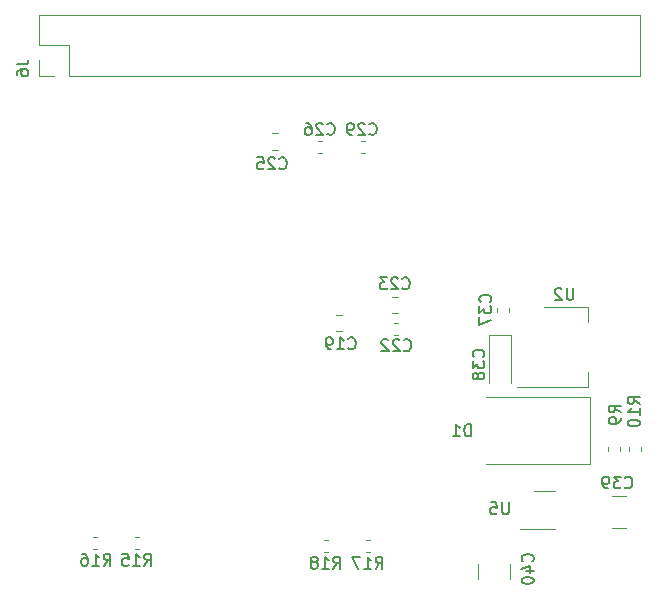
<source format=gbr>
G04 #@! TF.GenerationSoftware,KiCad,Pcbnew,(5.0.0-3-g5ebb6b6)*
G04 #@! TF.CreationDate,2019-05-19T23:28:32+02:00*
G04 #@! TF.ProjectId,Audio Board,417564696F20426F6172642E6B696361,rev?*
G04 #@! TF.SameCoordinates,Original*
G04 #@! TF.FileFunction,Legend,Bot*
G04 #@! TF.FilePolarity,Positive*
%FSLAX46Y46*%
G04 Gerber Fmt 4.6, Leading zero omitted, Abs format (unit mm)*
G04 Created by KiCad (PCBNEW (5.0.0-3-g5ebb6b6)) date Sunday, 19 May 2019 at 23:28:32*
%MOMM*%
%LPD*%
G01*
G04 APERTURE LIST*
%ADD10C,0.120000*%
%ADD11C,0.150000*%
G04 APERTURE END LIST*
D10*
G04 #@! TO.C,J6*
X93666000Y-58360000D02*
X93666000Y-60960000D01*
X93666000Y-58360000D02*
X144586000Y-58360000D01*
X144586000Y-58360000D02*
X144586000Y-63560000D01*
X96266000Y-63560000D02*
X144586000Y-63560000D01*
X96266000Y-60960000D02*
X96266000Y-63560000D01*
X93666000Y-60960000D02*
X96266000Y-60960000D01*
X93666000Y-63560000D02*
X94996000Y-63560000D01*
X93666000Y-62230000D02*
X93666000Y-63560000D01*
G04 #@! TO.C,C39*
X143440564Y-101817000D02*
X142236436Y-101817000D01*
X143440564Y-99097000D02*
X142236436Y-99097000D01*
G04 #@! TO.C,C40*
X133567000Y-106102564D02*
X133567000Y-104898436D01*
X130847000Y-106102564D02*
X130847000Y-104898436D01*
G04 #@! TO.C,D1*
X131536000Y-90764000D02*
X140396000Y-90764000D01*
X140396000Y-90764000D02*
X140396000Y-96434000D01*
X140396000Y-96434000D02*
X131536000Y-96434000D01*
G04 #@! TO.C,U5*
X135578000Y-98720000D02*
X137378000Y-98720000D01*
X137378000Y-101940000D02*
X134428000Y-101940000D01*
G04 #@! TO.C,R9*
X141857000Y-95280267D02*
X141857000Y-94937733D01*
X142877000Y-95280267D02*
X142877000Y-94937733D01*
G04 #@! TO.C,R10*
X143635000Y-94965733D02*
X143635000Y-95308267D01*
X144655000Y-94965733D02*
X144655000Y-95308267D01*
G04 #@! TO.C,C22*
X123780733Y-84453000D02*
X124123267Y-84453000D01*
X123780733Y-85473000D02*
X124123267Y-85473000D01*
G04 #@! TO.C,R15*
X101809733Y-102614000D02*
X102152267Y-102614000D01*
X101809733Y-103634000D02*
X102152267Y-103634000D01*
G04 #@! TO.C,R16*
X98239733Y-103634000D02*
X98582267Y-103634000D01*
X98239733Y-102614000D02*
X98582267Y-102614000D01*
G04 #@! TO.C,R17*
X121381733Y-103888000D02*
X121724267Y-103888000D01*
X121381733Y-102868000D02*
X121724267Y-102868000D01*
G04 #@! TO.C,R18*
X117811733Y-102868000D02*
X118154267Y-102868000D01*
X117811733Y-103888000D02*
X118154267Y-103888000D01*
G04 #@! TO.C,U2*
X140213000Y-83077000D02*
X140213000Y-84337000D01*
X140213000Y-89897000D02*
X140213000Y-88637000D01*
X136453000Y-83077000D02*
X140213000Y-83077000D01*
X134203000Y-89897000D02*
X140213000Y-89897000D01*
G04 #@! TO.C,C19*
X118873748Y-85165000D02*
X119396252Y-85165000D01*
X118873748Y-83745000D02*
X119396252Y-83745000D01*
G04 #@! TO.C,C25*
X113917252Y-69798000D02*
X113394748Y-69798000D01*
X113917252Y-68378000D02*
X113394748Y-68378000D01*
G04 #@! TO.C,C23*
X123572748Y-82221000D02*
X124095252Y-82221000D01*
X123572748Y-83641000D02*
X124095252Y-83641000D01*
G04 #@! TO.C,C26*
X117632267Y-69086000D02*
X117289733Y-69086000D01*
X117632267Y-70106000D02*
X117289733Y-70106000D01*
G04 #@! TO.C,C29*
X120972733Y-69086000D02*
X121315267Y-69086000D01*
X120972733Y-70106000D02*
X121315267Y-70106000D01*
G04 #@! TO.C,C37*
X133479000Y-83154733D02*
X133479000Y-83497267D01*
X132459000Y-83154733D02*
X132459000Y-83497267D01*
G04 #@! TO.C,C38*
X131780000Y-89570500D02*
X131780000Y-85485500D01*
X131780000Y-85485500D02*
X133650000Y-85485500D01*
X133650000Y-85485500D02*
X133650000Y-89570500D01*
G04 #@! TO.C,J6*
D11*
X91802380Y-62566666D02*
X92516666Y-62566666D01*
X92659523Y-62519047D01*
X92754761Y-62423809D01*
X92802380Y-62280952D01*
X92802380Y-62185714D01*
X91802380Y-63471428D02*
X91802380Y-63280952D01*
X91850000Y-63185714D01*
X91897619Y-63138095D01*
X92040476Y-63042857D01*
X92230952Y-62995238D01*
X92611904Y-62995238D01*
X92707142Y-63042857D01*
X92754761Y-63090476D01*
X92802380Y-63185714D01*
X92802380Y-63376190D01*
X92754761Y-63471428D01*
X92707142Y-63519047D01*
X92611904Y-63566666D01*
X92373809Y-63566666D01*
X92278571Y-63519047D01*
X92230952Y-63471428D01*
X92183333Y-63376190D01*
X92183333Y-63185714D01*
X92230952Y-63090476D01*
X92278571Y-63042857D01*
X92373809Y-62995238D01*
G04 #@! TO.C,C39*
X143303557Y-98375742D02*
X143351176Y-98423361D01*
X143494033Y-98470980D01*
X143589271Y-98470980D01*
X143732128Y-98423361D01*
X143827366Y-98328123D01*
X143874985Y-98232885D01*
X143922604Y-98042409D01*
X143922604Y-97899552D01*
X143874985Y-97709076D01*
X143827366Y-97613838D01*
X143732128Y-97518600D01*
X143589271Y-97470980D01*
X143494033Y-97470980D01*
X143351176Y-97518600D01*
X143303557Y-97566219D01*
X142970223Y-97470980D02*
X142351176Y-97470980D01*
X142684509Y-97851933D01*
X142541652Y-97851933D01*
X142446414Y-97899552D01*
X142398795Y-97947171D01*
X142351176Y-98042409D01*
X142351176Y-98280504D01*
X142398795Y-98375742D01*
X142446414Y-98423361D01*
X142541652Y-98470980D01*
X142827366Y-98470980D01*
X142922604Y-98423361D01*
X142970223Y-98375742D01*
X141874985Y-98470980D02*
X141684509Y-98470980D01*
X141589271Y-98423361D01*
X141541652Y-98375742D01*
X141446414Y-98232885D01*
X141398795Y-98042409D01*
X141398795Y-97661457D01*
X141446414Y-97566219D01*
X141494033Y-97518600D01*
X141589271Y-97470980D01*
X141779747Y-97470980D01*
X141874985Y-97518600D01*
X141922604Y-97566219D01*
X141970223Y-97661457D01*
X141970223Y-97899552D01*
X141922604Y-97994790D01*
X141874985Y-98042409D01*
X141779747Y-98090028D01*
X141589271Y-98090028D01*
X141494033Y-98042409D01*
X141446414Y-97994790D01*
X141398795Y-97899552D01*
G04 #@! TO.C,C40*
X135485142Y-104640142D02*
X135532761Y-104592523D01*
X135580380Y-104449666D01*
X135580380Y-104354428D01*
X135532761Y-104211571D01*
X135437523Y-104116333D01*
X135342285Y-104068714D01*
X135151809Y-104021095D01*
X135008952Y-104021095D01*
X134818476Y-104068714D01*
X134723238Y-104116333D01*
X134628000Y-104211571D01*
X134580380Y-104354428D01*
X134580380Y-104449666D01*
X134628000Y-104592523D01*
X134675619Y-104640142D01*
X134913714Y-105497285D02*
X135580380Y-105497285D01*
X134532761Y-105259190D02*
X135247047Y-105021095D01*
X135247047Y-105640142D01*
X134580380Y-106211571D02*
X134580380Y-106306809D01*
X134628000Y-106402047D01*
X134675619Y-106449666D01*
X134770857Y-106497285D01*
X134961333Y-106544904D01*
X135199428Y-106544904D01*
X135389904Y-106497285D01*
X135485142Y-106449666D01*
X135532761Y-106402047D01*
X135580380Y-106306809D01*
X135580380Y-106211571D01*
X135532761Y-106116333D01*
X135485142Y-106068714D01*
X135389904Y-106021095D01*
X135199428Y-105973476D01*
X134961333Y-105973476D01*
X134770857Y-106021095D01*
X134675619Y-106068714D01*
X134628000Y-106116333D01*
X134580380Y-106211571D01*
G04 #@! TO.C,D1*
X130278095Y-94051380D02*
X130278095Y-93051380D01*
X130040000Y-93051380D01*
X129897142Y-93099000D01*
X129801904Y-93194238D01*
X129754285Y-93289476D01*
X129706666Y-93479952D01*
X129706666Y-93622809D01*
X129754285Y-93813285D01*
X129801904Y-93908523D01*
X129897142Y-94003761D01*
X130040000Y-94051380D01*
X130278095Y-94051380D01*
X128754285Y-94051380D02*
X129325714Y-94051380D01*
X129040000Y-94051380D02*
X129040000Y-93051380D01*
X129135238Y-93194238D01*
X129230476Y-93289476D01*
X129325714Y-93337095D01*
G04 #@! TO.C,U5*
X133476904Y-99655380D02*
X133476904Y-100464904D01*
X133429285Y-100560142D01*
X133381666Y-100607761D01*
X133286428Y-100655380D01*
X133095952Y-100655380D01*
X133000714Y-100607761D01*
X132953095Y-100560142D01*
X132905476Y-100464904D01*
X132905476Y-99655380D01*
X131953095Y-99655380D02*
X132429285Y-99655380D01*
X132476904Y-100131571D01*
X132429285Y-100083952D01*
X132334047Y-100036333D01*
X132095952Y-100036333D01*
X132000714Y-100083952D01*
X131953095Y-100131571D01*
X131905476Y-100226809D01*
X131905476Y-100464904D01*
X131953095Y-100560142D01*
X132000714Y-100607761D01*
X132095952Y-100655380D01*
X132334047Y-100655380D01*
X132429285Y-100607761D01*
X132476904Y-100560142D01*
G04 #@! TO.C,R9*
X142946380Y-92035333D02*
X142470190Y-91702000D01*
X142946380Y-91463904D02*
X141946380Y-91463904D01*
X141946380Y-91844857D01*
X141994000Y-91940095D01*
X142041619Y-91987714D01*
X142136857Y-92035333D01*
X142279714Y-92035333D01*
X142374952Y-91987714D01*
X142422571Y-91940095D01*
X142470190Y-91844857D01*
X142470190Y-91463904D01*
X142946380Y-92511523D02*
X142946380Y-92702000D01*
X142898761Y-92797238D01*
X142851142Y-92844857D01*
X142708285Y-92940095D01*
X142517809Y-92987714D01*
X142136857Y-92987714D01*
X142041619Y-92940095D01*
X141994000Y-92892476D01*
X141946380Y-92797238D01*
X141946380Y-92606761D01*
X141994000Y-92511523D01*
X142041619Y-92463904D01*
X142136857Y-92416285D01*
X142374952Y-92416285D01*
X142470190Y-92463904D01*
X142517809Y-92511523D01*
X142565428Y-92606761D01*
X142565428Y-92797238D01*
X142517809Y-92892476D01*
X142470190Y-92940095D01*
X142374952Y-92987714D01*
G04 #@! TO.C,R10*
X144546580Y-91305142D02*
X144070390Y-90971809D01*
X144546580Y-90733714D02*
X143546580Y-90733714D01*
X143546580Y-91114666D01*
X143594200Y-91209904D01*
X143641819Y-91257523D01*
X143737057Y-91305142D01*
X143879914Y-91305142D01*
X143975152Y-91257523D01*
X144022771Y-91209904D01*
X144070390Y-91114666D01*
X144070390Y-90733714D01*
X144546580Y-92257523D02*
X144546580Y-91686095D01*
X144546580Y-91971809D02*
X143546580Y-91971809D01*
X143689438Y-91876571D01*
X143784676Y-91781333D01*
X143832295Y-91686095D01*
X143546580Y-92876571D02*
X143546580Y-92971809D01*
X143594200Y-93067047D01*
X143641819Y-93114666D01*
X143737057Y-93162285D01*
X143927533Y-93209904D01*
X144165628Y-93209904D01*
X144356104Y-93162285D01*
X144451342Y-93114666D01*
X144498961Y-93067047D01*
X144546580Y-92971809D01*
X144546580Y-92876571D01*
X144498961Y-92781333D01*
X144451342Y-92733714D01*
X144356104Y-92686095D01*
X144165628Y-92638476D01*
X143927533Y-92638476D01*
X143737057Y-92686095D01*
X143641819Y-92733714D01*
X143594200Y-92781333D01*
X143546580Y-92876571D01*
G04 #@! TO.C,C22*
X124594857Y-86750142D02*
X124642476Y-86797761D01*
X124785333Y-86845380D01*
X124880571Y-86845380D01*
X125023428Y-86797761D01*
X125118666Y-86702523D01*
X125166285Y-86607285D01*
X125213904Y-86416809D01*
X125213904Y-86273952D01*
X125166285Y-86083476D01*
X125118666Y-85988238D01*
X125023428Y-85893000D01*
X124880571Y-85845380D01*
X124785333Y-85845380D01*
X124642476Y-85893000D01*
X124594857Y-85940619D01*
X124213904Y-85940619D02*
X124166285Y-85893000D01*
X124071047Y-85845380D01*
X123832952Y-85845380D01*
X123737714Y-85893000D01*
X123690095Y-85940619D01*
X123642476Y-86035857D01*
X123642476Y-86131095D01*
X123690095Y-86273952D01*
X124261523Y-86845380D01*
X123642476Y-86845380D01*
X123261523Y-85940619D02*
X123213904Y-85893000D01*
X123118666Y-85845380D01*
X122880571Y-85845380D01*
X122785333Y-85893000D01*
X122737714Y-85940619D01*
X122690095Y-86035857D01*
X122690095Y-86131095D01*
X122737714Y-86273952D01*
X123309142Y-86845380D01*
X122690095Y-86845380D01*
G04 #@! TO.C,R15*
X102623857Y-105006380D02*
X102957190Y-104530190D01*
X103195285Y-105006380D02*
X103195285Y-104006380D01*
X102814333Y-104006380D01*
X102719095Y-104054000D01*
X102671476Y-104101619D01*
X102623857Y-104196857D01*
X102623857Y-104339714D01*
X102671476Y-104434952D01*
X102719095Y-104482571D01*
X102814333Y-104530190D01*
X103195285Y-104530190D01*
X101671476Y-105006380D02*
X102242904Y-105006380D01*
X101957190Y-105006380D02*
X101957190Y-104006380D01*
X102052428Y-104149238D01*
X102147666Y-104244476D01*
X102242904Y-104292095D01*
X100766714Y-104006380D02*
X101242904Y-104006380D01*
X101290523Y-104482571D01*
X101242904Y-104434952D01*
X101147666Y-104387333D01*
X100909571Y-104387333D01*
X100814333Y-104434952D01*
X100766714Y-104482571D01*
X100719095Y-104577809D01*
X100719095Y-104815904D01*
X100766714Y-104911142D01*
X100814333Y-104958761D01*
X100909571Y-105006380D01*
X101147666Y-105006380D01*
X101242904Y-104958761D01*
X101290523Y-104911142D01*
G04 #@! TO.C,R16*
X99171856Y-105006380D02*
X99505189Y-104530190D01*
X99743284Y-105006380D02*
X99743284Y-104006380D01*
X99362332Y-104006380D01*
X99267094Y-104054000D01*
X99219475Y-104101619D01*
X99171856Y-104196857D01*
X99171856Y-104339714D01*
X99219475Y-104434952D01*
X99267094Y-104482571D01*
X99362332Y-104530190D01*
X99743284Y-104530190D01*
X98219475Y-105006380D02*
X98790903Y-105006380D01*
X98505189Y-105006380D02*
X98505189Y-104006380D01*
X98600427Y-104149238D01*
X98695665Y-104244476D01*
X98790903Y-104292095D01*
X97362332Y-104006380D02*
X97552808Y-104006380D01*
X97648046Y-104054000D01*
X97695665Y-104101619D01*
X97790903Y-104244476D01*
X97838522Y-104434952D01*
X97838522Y-104815904D01*
X97790903Y-104911142D01*
X97743284Y-104958761D01*
X97648046Y-105006380D01*
X97457570Y-105006380D01*
X97362332Y-104958761D01*
X97314713Y-104911142D01*
X97267094Y-104815904D01*
X97267094Y-104577809D01*
X97314713Y-104482571D01*
X97362332Y-104434952D01*
X97457570Y-104387333D01*
X97648046Y-104387333D01*
X97743284Y-104434952D01*
X97790903Y-104482571D01*
X97838522Y-104577809D01*
G04 #@! TO.C,R17*
X122195857Y-105260380D02*
X122529190Y-104784190D01*
X122767285Y-105260380D02*
X122767285Y-104260380D01*
X122386333Y-104260380D01*
X122291095Y-104308000D01*
X122243476Y-104355619D01*
X122195857Y-104450857D01*
X122195857Y-104593714D01*
X122243476Y-104688952D01*
X122291095Y-104736571D01*
X122386333Y-104784190D01*
X122767285Y-104784190D01*
X121243476Y-105260380D02*
X121814904Y-105260380D01*
X121529190Y-105260380D02*
X121529190Y-104260380D01*
X121624428Y-104403238D01*
X121719666Y-104498476D01*
X121814904Y-104546095D01*
X120910142Y-104260380D02*
X120243476Y-104260380D01*
X120672047Y-105260380D01*
G04 #@! TO.C,R18*
X118625857Y-105260380D02*
X118959190Y-104784190D01*
X119197285Y-105260380D02*
X119197285Y-104260380D01*
X118816333Y-104260380D01*
X118721095Y-104308000D01*
X118673476Y-104355619D01*
X118625857Y-104450857D01*
X118625857Y-104593714D01*
X118673476Y-104688952D01*
X118721095Y-104736571D01*
X118816333Y-104784190D01*
X119197285Y-104784190D01*
X117673476Y-105260380D02*
X118244904Y-105260380D01*
X117959190Y-105260380D02*
X117959190Y-104260380D01*
X118054428Y-104403238D01*
X118149666Y-104498476D01*
X118244904Y-104546095D01*
X117102047Y-104688952D02*
X117197285Y-104641333D01*
X117244904Y-104593714D01*
X117292523Y-104498476D01*
X117292523Y-104450857D01*
X117244904Y-104355619D01*
X117197285Y-104308000D01*
X117102047Y-104260380D01*
X116911571Y-104260380D01*
X116816333Y-104308000D01*
X116768714Y-104355619D01*
X116721095Y-104450857D01*
X116721095Y-104498476D01*
X116768714Y-104593714D01*
X116816333Y-104641333D01*
X116911571Y-104688952D01*
X117102047Y-104688952D01*
X117197285Y-104736571D01*
X117244904Y-104784190D01*
X117292523Y-104879428D01*
X117292523Y-105069904D01*
X117244904Y-105165142D01*
X117197285Y-105212761D01*
X117102047Y-105260380D01*
X116911571Y-105260380D01*
X116816333Y-105212761D01*
X116768714Y-105165142D01*
X116721095Y-105069904D01*
X116721095Y-104879428D01*
X116768714Y-104784190D01*
X116816333Y-104736571D01*
X116911571Y-104688952D01*
G04 #@! TO.C,U2*
X138937904Y-81494380D02*
X138937904Y-82303904D01*
X138890285Y-82399142D01*
X138842666Y-82446761D01*
X138747428Y-82494380D01*
X138556952Y-82494380D01*
X138461714Y-82446761D01*
X138414095Y-82399142D01*
X138366476Y-82303904D01*
X138366476Y-81494380D01*
X137937904Y-81589619D02*
X137890285Y-81542000D01*
X137795047Y-81494380D01*
X137556952Y-81494380D01*
X137461714Y-81542000D01*
X137414095Y-81589619D01*
X137366476Y-81684857D01*
X137366476Y-81780095D01*
X137414095Y-81922952D01*
X137985523Y-82494380D01*
X137366476Y-82494380D01*
G04 #@! TO.C,C19*
X119895857Y-86590142D02*
X119943476Y-86637761D01*
X120086333Y-86685380D01*
X120181571Y-86685380D01*
X120324428Y-86637761D01*
X120419666Y-86542523D01*
X120467285Y-86447285D01*
X120514904Y-86256809D01*
X120514904Y-86113952D01*
X120467285Y-85923476D01*
X120419666Y-85828238D01*
X120324428Y-85733000D01*
X120181571Y-85685380D01*
X120086333Y-85685380D01*
X119943476Y-85733000D01*
X119895857Y-85780619D01*
X118943476Y-86685380D02*
X119514904Y-86685380D01*
X119229190Y-86685380D02*
X119229190Y-85685380D01*
X119324428Y-85828238D01*
X119419666Y-85923476D01*
X119514904Y-85971095D01*
X118467285Y-86685380D02*
X118276809Y-86685380D01*
X118181571Y-86637761D01*
X118133952Y-86590142D01*
X118038714Y-86447285D01*
X117991095Y-86256809D01*
X117991095Y-85875857D01*
X118038714Y-85780619D01*
X118086333Y-85733000D01*
X118181571Y-85685380D01*
X118372047Y-85685380D01*
X118467285Y-85733000D01*
X118514904Y-85780619D01*
X118562523Y-85875857D01*
X118562523Y-86113952D01*
X118514904Y-86209190D01*
X118467285Y-86256809D01*
X118372047Y-86304428D01*
X118181571Y-86304428D01*
X118086333Y-86256809D01*
X118038714Y-86209190D01*
X117991095Y-86113952D01*
G04 #@! TO.C,C25*
X114053857Y-71350142D02*
X114101476Y-71397761D01*
X114244333Y-71445380D01*
X114339571Y-71445380D01*
X114482428Y-71397761D01*
X114577666Y-71302523D01*
X114625285Y-71207285D01*
X114672904Y-71016809D01*
X114672904Y-70873952D01*
X114625285Y-70683476D01*
X114577666Y-70588238D01*
X114482428Y-70493000D01*
X114339571Y-70445380D01*
X114244333Y-70445380D01*
X114101476Y-70493000D01*
X114053857Y-70540619D01*
X113672904Y-70540619D02*
X113625285Y-70493000D01*
X113530047Y-70445380D01*
X113291952Y-70445380D01*
X113196714Y-70493000D01*
X113149095Y-70540619D01*
X113101476Y-70635857D01*
X113101476Y-70731095D01*
X113149095Y-70873952D01*
X113720523Y-71445380D01*
X113101476Y-71445380D01*
X112196714Y-70445380D02*
X112672904Y-70445380D01*
X112720523Y-70921571D01*
X112672904Y-70873952D01*
X112577666Y-70826333D01*
X112339571Y-70826333D01*
X112244333Y-70873952D01*
X112196714Y-70921571D01*
X112149095Y-71016809D01*
X112149095Y-71254904D01*
X112196714Y-71350142D01*
X112244333Y-71397761D01*
X112339571Y-71445380D01*
X112577666Y-71445380D01*
X112672904Y-71397761D01*
X112720523Y-71350142D01*
G04 #@! TO.C,C23*
X124467857Y-81510142D02*
X124515476Y-81557761D01*
X124658333Y-81605380D01*
X124753571Y-81605380D01*
X124896428Y-81557761D01*
X124991666Y-81462523D01*
X125039285Y-81367285D01*
X125086904Y-81176809D01*
X125086904Y-81033952D01*
X125039285Y-80843476D01*
X124991666Y-80748238D01*
X124896428Y-80653000D01*
X124753571Y-80605380D01*
X124658333Y-80605380D01*
X124515476Y-80653000D01*
X124467857Y-80700619D01*
X124086904Y-80700619D02*
X124039285Y-80653000D01*
X123944047Y-80605380D01*
X123705952Y-80605380D01*
X123610714Y-80653000D01*
X123563095Y-80700619D01*
X123515476Y-80795857D01*
X123515476Y-80891095D01*
X123563095Y-81033952D01*
X124134523Y-81605380D01*
X123515476Y-81605380D01*
X123182142Y-80605380D02*
X122563095Y-80605380D01*
X122896428Y-80986333D01*
X122753571Y-80986333D01*
X122658333Y-81033952D01*
X122610714Y-81081571D01*
X122563095Y-81176809D01*
X122563095Y-81414904D01*
X122610714Y-81510142D01*
X122658333Y-81557761D01*
X122753571Y-81605380D01*
X123039285Y-81605380D01*
X123134523Y-81557761D01*
X123182142Y-81510142D01*
G04 #@! TO.C,C26*
X118117857Y-68429142D02*
X118165476Y-68476761D01*
X118308333Y-68524380D01*
X118403571Y-68524380D01*
X118546428Y-68476761D01*
X118641666Y-68381523D01*
X118689285Y-68286285D01*
X118736904Y-68095809D01*
X118736904Y-67952952D01*
X118689285Y-67762476D01*
X118641666Y-67667238D01*
X118546428Y-67572000D01*
X118403571Y-67524380D01*
X118308333Y-67524380D01*
X118165476Y-67572000D01*
X118117857Y-67619619D01*
X117736904Y-67619619D02*
X117689285Y-67572000D01*
X117594047Y-67524380D01*
X117355952Y-67524380D01*
X117260714Y-67572000D01*
X117213095Y-67619619D01*
X117165476Y-67714857D01*
X117165476Y-67810095D01*
X117213095Y-67952952D01*
X117784523Y-68524380D01*
X117165476Y-68524380D01*
X116308333Y-67524380D02*
X116498809Y-67524380D01*
X116594047Y-67572000D01*
X116641666Y-67619619D01*
X116736904Y-67762476D01*
X116784523Y-67952952D01*
X116784523Y-68333904D01*
X116736904Y-68429142D01*
X116689285Y-68476761D01*
X116594047Y-68524380D01*
X116403571Y-68524380D01*
X116308333Y-68476761D01*
X116260714Y-68429142D01*
X116213095Y-68333904D01*
X116213095Y-68095809D01*
X116260714Y-68000571D01*
X116308333Y-67952952D01*
X116403571Y-67905333D01*
X116594047Y-67905333D01*
X116689285Y-67952952D01*
X116736904Y-68000571D01*
X116784523Y-68095809D01*
G04 #@! TO.C,C29*
X121673857Y-68429142D02*
X121721476Y-68476761D01*
X121864333Y-68524380D01*
X121959571Y-68524380D01*
X122102428Y-68476761D01*
X122197666Y-68381523D01*
X122245285Y-68286285D01*
X122292904Y-68095809D01*
X122292904Y-67952952D01*
X122245285Y-67762476D01*
X122197666Y-67667238D01*
X122102428Y-67572000D01*
X121959571Y-67524380D01*
X121864333Y-67524380D01*
X121721476Y-67572000D01*
X121673857Y-67619619D01*
X121292904Y-67619619D02*
X121245285Y-67572000D01*
X121150047Y-67524380D01*
X120911952Y-67524380D01*
X120816714Y-67572000D01*
X120769095Y-67619619D01*
X120721476Y-67714857D01*
X120721476Y-67810095D01*
X120769095Y-67952952D01*
X121340523Y-68524380D01*
X120721476Y-68524380D01*
X120245285Y-68524380D02*
X120054809Y-68524380D01*
X119959571Y-68476761D01*
X119911952Y-68429142D01*
X119816714Y-68286285D01*
X119769095Y-68095809D01*
X119769095Y-67714857D01*
X119816714Y-67619619D01*
X119864333Y-67572000D01*
X119959571Y-67524380D01*
X120150047Y-67524380D01*
X120245285Y-67572000D01*
X120292904Y-67619619D01*
X120340523Y-67714857D01*
X120340523Y-67952952D01*
X120292904Y-68048190D01*
X120245285Y-68095809D01*
X120150047Y-68143428D01*
X119959571Y-68143428D01*
X119864333Y-68095809D01*
X119816714Y-68048190D01*
X119769095Y-67952952D01*
G04 #@! TO.C,C37*
X131896142Y-82683142D02*
X131943761Y-82635523D01*
X131991380Y-82492666D01*
X131991380Y-82397428D01*
X131943761Y-82254571D01*
X131848523Y-82159333D01*
X131753285Y-82111714D01*
X131562809Y-82064095D01*
X131419952Y-82064095D01*
X131229476Y-82111714D01*
X131134238Y-82159333D01*
X131039000Y-82254571D01*
X130991380Y-82397428D01*
X130991380Y-82492666D01*
X131039000Y-82635523D01*
X131086619Y-82683142D01*
X130991380Y-83016476D02*
X130991380Y-83635523D01*
X131372333Y-83302190D01*
X131372333Y-83445047D01*
X131419952Y-83540285D01*
X131467571Y-83587904D01*
X131562809Y-83635523D01*
X131800904Y-83635523D01*
X131896142Y-83587904D01*
X131943761Y-83540285D01*
X131991380Y-83445047D01*
X131991380Y-83159333D01*
X131943761Y-83064095D01*
X131896142Y-83016476D01*
X130991380Y-83968857D02*
X130991380Y-84635523D01*
X131991380Y-84206952D01*
G04 #@! TO.C,C38*
X131322142Y-87327642D02*
X131369761Y-87280023D01*
X131417380Y-87137166D01*
X131417380Y-87041928D01*
X131369761Y-86899071D01*
X131274523Y-86803833D01*
X131179285Y-86756214D01*
X130988809Y-86708595D01*
X130845952Y-86708595D01*
X130655476Y-86756214D01*
X130560238Y-86803833D01*
X130465000Y-86899071D01*
X130417380Y-87041928D01*
X130417380Y-87137166D01*
X130465000Y-87280023D01*
X130512619Y-87327642D01*
X130417380Y-87660976D02*
X130417380Y-88280023D01*
X130798333Y-87946690D01*
X130798333Y-88089547D01*
X130845952Y-88184785D01*
X130893571Y-88232404D01*
X130988809Y-88280023D01*
X131226904Y-88280023D01*
X131322142Y-88232404D01*
X131369761Y-88184785D01*
X131417380Y-88089547D01*
X131417380Y-87803833D01*
X131369761Y-87708595D01*
X131322142Y-87660976D01*
X130845952Y-88851452D02*
X130798333Y-88756214D01*
X130750714Y-88708595D01*
X130655476Y-88660976D01*
X130607857Y-88660976D01*
X130512619Y-88708595D01*
X130465000Y-88756214D01*
X130417380Y-88851452D01*
X130417380Y-89041928D01*
X130465000Y-89137166D01*
X130512619Y-89184785D01*
X130607857Y-89232404D01*
X130655476Y-89232404D01*
X130750714Y-89184785D01*
X130798333Y-89137166D01*
X130845952Y-89041928D01*
X130845952Y-88851452D01*
X130893571Y-88756214D01*
X130941190Y-88708595D01*
X131036428Y-88660976D01*
X131226904Y-88660976D01*
X131322142Y-88708595D01*
X131369761Y-88756214D01*
X131417380Y-88851452D01*
X131417380Y-89041928D01*
X131369761Y-89137166D01*
X131322142Y-89184785D01*
X131226904Y-89232404D01*
X131036428Y-89232404D01*
X130941190Y-89184785D01*
X130893571Y-89137166D01*
X130845952Y-89041928D01*
G04 #@! TD*
M02*

</source>
